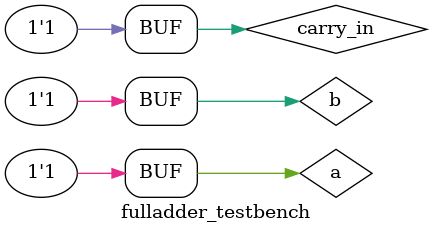
<source format=v>
`define DELAY 20
module fulladder_testbench();
reg a,b,carry_in;
wire sum,carry_out;

fulladder test1(sum,carry_out,a,b,carry_in);
initial begin
a = 1'b0; b = 1'b0; carry_in = 1'b0;
#`DELAY;
a = 1'b0; b = 1'b0; carry_in = 1'b1;
#`DELAY;
a = 1'b1; b = 1'b0; carry_in = 1'b1;
#`DELAY;
a = 1'b1; b = 1'b0; carry_in = 1'b0;
#`DELAY;
a = 1'b1; b = 1'b1; carry_in = 1'b1;
end
initial
begin
$monitor(" a =%1b, b=%1b, carry_in=%1b, sum=%1b, carry_out=%1b",  a, b, carry_in, sum, carry_out);
end
 
endmodule
</source>
